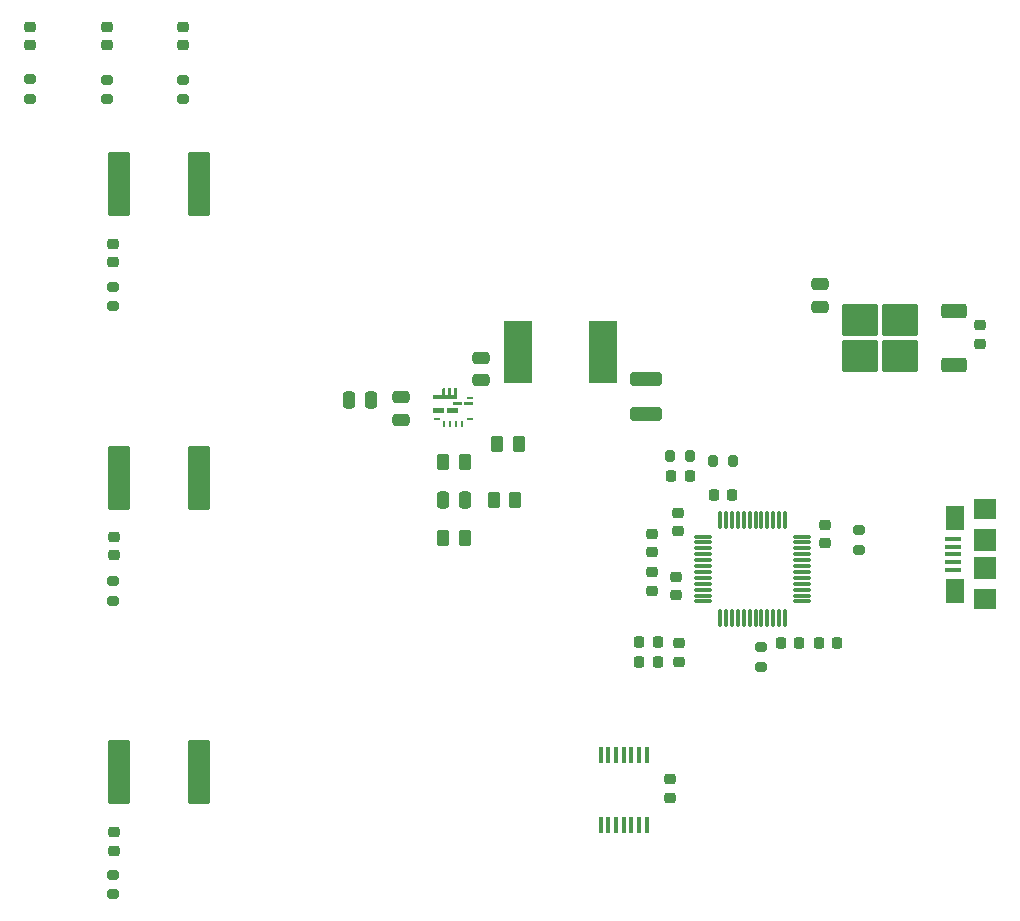
<source format=gbr>
%TF.GenerationSoftware,KiCad,Pcbnew,8.0.0*%
%TF.CreationDate,2024-04-09T16:31:16-05:00*%
%TF.ProjectId,MainBoardv2,4d61696e-426f-4617-9264-76322e6b6963,rev?*%
%TF.SameCoordinates,Original*%
%TF.FileFunction,Paste,Top*%
%TF.FilePolarity,Positive*%
%FSLAX46Y46*%
G04 Gerber Fmt 4.6, Leading zero omitted, Abs format (unit mm)*
G04 Created by KiCad (PCBNEW 8.0.0) date 2024-04-09 16:31:16*
%MOMM*%
%LPD*%
G01*
G04 APERTURE LIST*
G04 Aperture macros list*
%AMRoundRect*
0 Rectangle with rounded corners*
0 $1 Rounding radius*
0 $2 $3 $4 $5 $6 $7 $8 $9 X,Y pos of 4 corners*
0 Add a 4 corners polygon primitive as box body*
4,1,4,$2,$3,$4,$5,$6,$7,$8,$9,$2,$3,0*
0 Add four circle primitives for the rounded corners*
1,1,$1+$1,$2,$3*
1,1,$1+$1,$4,$5*
1,1,$1+$1,$6,$7*
1,1,$1+$1,$8,$9*
0 Add four rect primitives between the rounded corners*
20,1,$1+$1,$2,$3,$4,$5,0*
20,1,$1+$1,$4,$5,$6,$7,0*
20,1,$1+$1,$6,$7,$8,$9,0*
20,1,$1+$1,$8,$9,$2,$3,0*%
%AMFreePoly0*
4,1,23,1.050001,-0.200000,0.225001,-0.200000,0.225001,-0.699998,0.175001,-0.749998,0.025001,-0.749998,-0.024999,-0.699998,-0.024999,-0.200000,-0.274998,-0.200000,-0.274998,-0.699998,-0.324998,-0.749998,-0.474998,-0.749998,-0.524998,-0.699998,-0.524998,-0.200000,-0.775000,-0.200000,-0.775000,-0.699998,-0.825000,-0.749998,-0.975000,-0.749998,-1.025000,-0.699998,-1.025000,-0.200000,-1.050000,-0.200000,
-1.050000,0.199999,1.050001,0.199999,1.050001,-0.200000,1.050001,-0.200000,$1*%
G04 Aperture macros list end*
%ADD10C,0.000000*%
%ADD11RoundRect,0.200000X-0.275000X0.200000X-0.275000X-0.200000X0.275000X-0.200000X0.275000X0.200000X0*%
%ADD12RoundRect,0.250000X0.250000X0.475000X-0.250000X0.475000X-0.250000X-0.475000X0.250000X-0.475000X0*%
%ADD13RoundRect,0.225000X0.225000X0.250000X-0.225000X0.250000X-0.225000X-0.250000X0.225000X-0.250000X0*%
%ADD14RoundRect,0.218750X0.256250X-0.218750X0.256250X0.218750X-0.256250X0.218750X-0.256250X-0.218750X0*%
%ADD15RoundRect,0.200000X-0.200000X-0.275000X0.200000X-0.275000X0.200000X0.275000X-0.200000X0.275000X0*%
%ADD16RoundRect,0.225000X-0.225000X-0.250000X0.225000X-0.250000X0.225000X0.250000X-0.225000X0.250000X0*%
%ADD17RoundRect,0.225000X0.250000X-0.225000X0.250000X0.225000X-0.250000X0.225000X-0.250000X-0.225000X0*%
%ADD18RoundRect,0.250000X0.850000X0.350000X-0.850000X0.350000X-0.850000X-0.350000X0.850000X-0.350000X0*%
%ADD19RoundRect,0.250000X1.275000X1.125000X-1.275000X1.125000X-1.275000X-1.125000X1.275000X-1.125000X0*%
%ADD20RoundRect,0.250000X-0.262500X-0.450000X0.262500X-0.450000X0.262500X0.450000X-0.262500X0.450000X0*%
%ADD21RoundRect,0.075000X-0.662500X-0.075000X0.662500X-0.075000X0.662500X0.075000X-0.662500X0.075000X0*%
%ADD22RoundRect,0.075000X-0.075000X-0.662500X0.075000X-0.662500X0.075000X0.662500X-0.075000X0.662500X0*%
%ADD23RoundRect,0.250000X0.262500X0.450000X-0.262500X0.450000X-0.262500X-0.450000X0.262500X-0.450000X0*%
%ADD24RoundRect,0.225000X-0.250000X0.225000X-0.250000X-0.225000X0.250000X-0.225000X0.250000X0.225000X0*%
%ADD25R,2.413000X5.334000*%
%ADD26R,0.355600X1.409700*%
%ADD27RoundRect,0.250000X-1.100000X0.325000X-1.100000X-0.325000X1.100000X-0.325000X1.100000X0.325000X0*%
%ADD28RoundRect,0.250000X0.475000X-0.250000X0.475000X0.250000X-0.475000X0.250000X-0.475000X-0.250000X0*%
%ADD29RoundRect,0.250000X-0.712500X-2.475000X0.712500X-2.475000X0.712500X2.475000X-0.712500X2.475000X0*%
%ADD30RoundRect,0.250000X-0.475000X0.250000X-0.475000X-0.250000X0.475000X-0.250000X0.475000X0.250000X0*%
%ADD31RoundRect,0.200000X0.200000X0.275000X-0.200000X0.275000X-0.200000X-0.275000X0.200000X-0.275000X0*%
%ADD32R,0.249999X0.599999*%
%ADD33R,0.599999X0.249999*%
%ADD34FreePoly0,180.000000*%
%ADD35R,1.350000X0.400000*%
%ADD36R,1.600000X2.100000*%
%ADD37R,1.900000X1.800000*%
%ADD38R,1.900000X1.900000*%
G04 APERTURE END LIST*
D10*
%TO.C,U3*%
G36*
X143359754Y-81710961D02*
G01*
X143369134Y-81713806D01*
X143377778Y-81718429D01*
X143385355Y-81724647D01*
X143391573Y-81732223D01*
X143396196Y-81740867D01*
X143399040Y-81750247D01*
X143400001Y-81760001D01*
X143400001Y-82060000D01*
X143399040Y-82069754D01*
X143396196Y-82079134D01*
X143391573Y-82087778D01*
X143385355Y-82095355D01*
X143377778Y-82101572D01*
X143369134Y-82106195D01*
X143359754Y-82109040D01*
X143350001Y-82110000D01*
X142500000Y-82110000D01*
X142490246Y-82109040D01*
X142480866Y-82106195D01*
X142472222Y-82101572D01*
X142464645Y-82095355D01*
X142458428Y-82087778D01*
X142453805Y-82079134D01*
X142450960Y-82069754D01*
X142450000Y-82060000D01*
X142450000Y-81760001D01*
X142450960Y-81750247D01*
X142453805Y-81740867D01*
X142458428Y-81732223D01*
X142464645Y-81724647D01*
X142472222Y-81718429D01*
X142480866Y-81713806D01*
X142490246Y-81710961D01*
X142500000Y-81710001D01*
X143350001Y-81710001D01*
X143359754Y-81710961D01*
G37*
G36*
X144509754Y-81710961D02*
G01*
X144519135Y-81713806D01*
X144527778Y-81718429D01*
X144535355Y-81724647D01*
X144541573Y-81732223D01*
X144546196Y-81740867D01*
X144549041Y-81750247D01*
X144550001Y-81760001D01*
X144550001Y-82060000D01*
X144549041Y-82069754D01*
X144546196Y-82079134D01*
X144541573Y-82087778D01*
X144535355Y-82095355D01*
X144527778Y-82101572D01*
X144519135Y-82106195D01*
X144509754Y-82109040D01*
X144500001Y-82110000D01*
X143650000Y-82110000D01*
X143640246Y-82109040D01*
X143630866Y-82106195D01*
X143622223Y-82101572D01*
X143614646Y-82095355D01*
X143608428Y-82087778D01*
X143603805Y-82079134D01*
X143600960Y-82069754D01*
X143600000Y-82060000D01*
X143600000Y-81760001D01*
X143600960Y-81750247D01*
X143603805Y-81740867D01*
X143608428Y-81732223D01*
X143614646Y-81724647D01*
X143622223Y-81718429D01*
X143630866Y-81713806D01*
X143640246Y-81710961D01*
X143650000Y-81710001D01*
X144500001Y-81710001D01*
X144509754Y-81710961D01*
G37*
G36*
X144859754Y-81205963D02*
G01*
X144869134Y-81208808D01*
X144877778Y-81213428D01*
X144885354Y-81219646D01*
X144891572Y-81227223D01*
X144896195Y-81235867D01*
X144899040Y-81245247D01*
X144900000Y-81255003D01*
X144900000Y-81405003D01*
X144899040Y-81414756D01*
X144896195Y-81424137D01*
X144891572Y-81432780D01*
X144885354Y-81440357D01*
X144877778Y-81446575D01*
X144869134Y-81451195D01*
X144859754Y-81454040D01*
X144850000Y-81455003D01*
X144199999Y-81455003D01*
X144190245Y-81454040D01*
X144180865Y-81451195D01*
X144172221Y-81446575D01*
X144164645Y-81440357D01*
X144158427Y-81432780D01*
X144153804Y-81424137D01*
X144150959Y-81414756D01*
X144149999Y-81405003D01*
X144149999Y-81255003D01*
X144150959Y-81245247D01*
X144153804Y-81235867D01*
X144158427Y-81227223D01*
X144164645Y-81219646D01*
X144172221Y-81213428D01*
X144180865Y-81208808D01*
X144190245Y-81205963D01*
X144199999Y-81205003D01*
X144850000Y-81205003D01*
X144859754Y-81205963D01*
G37*
G36*
X145809754Y-81205963D02*
G01*
X145819135Y-81208808D01*
X145827778Y-81213428D01*
X145835355Y-81219646D01*
X145841573Y-81227223D01*
X145846196Y-81235867D01*
X145849041Y-81245247D01*
X145850001Y-81255003D01*
X145850001Y-81405003D01*
X145849041Y-81414756D01*
X145846196Y-81424137D01*
X145841573Y-81432780D01*
X145835355Y-81440357D01*
X145827778Y-81446575D01*
X145819135Y-81451195D01*
X145809754Y-81454040D01*
X145800001Y-81455003D01*
X145150000Y-81455003D01*
X145140246Y-81454040D01*
X145130866Y-81451195D01*
X145122222Y-81446575D01*
X145114645Y-81440357D01*
X145108427Y-81432780D01*
X145103805Y-81424137D01*
X145100960Y-81414756D01*
X145100000Y-81405003D01*
X145100000Y-81255003D01*
X145100960Y-81245247D01*
X145103805Y-81235867D01*
X145108427Y-81227223D01*
X145114645Y-81219646D01*
X145122222Y-81213428D01*
X145130866Y-81208808D01*
X145140246Y-81205963D01*
X145150000Y-81205003D01*
X145800001Y-81205003D01*
X145809754Y-81205963D01*
G37*
%TD*%
D11*
%TO.C,R9*%
X115380000Y-96375000D03*
X115380000Y-98025000D03*
%TD*%
D12*
%TO.C,Cin1*%
X137200000Y-81000000D03*
X135300000Y-81000000D03*
%TD*%
D13*
%TO.C,C3*%
X161475000Y-103250000D03*
X159925000Y-103250000D03*
%TD*%
D11*
%TO.C,R3*%
X108325001Y-53905000D03*
X108325001Y-55555000D03*
%TD*%
D13*
%TO.C,C6*%
X173450000Y-101600000D03*
X171900000Y-101600000D03*
%TD*%
D14*
%TO.C,D3*%
X108325001Y-51017500D03*
X108325001Y-49442500D03*
%TD*%
D15*
%TO.C,R5*%
X162550000Y-85800000D03*
X164200000Y-85800000D03*
%TD*%
D16*
%TO.C,C8*%
X175125000Y-101600000D03*
X176675000Y-101600000D03*
%TD*%
D17*
%TO.C,C4*%
X163175000Y-92125000D03*
X163175000Y-90575000D03*
%TD*%
D18*
%TO.C,U1*%
X186600000Y-78060000D03*
D19*
X181975000Y-77305000D03*
X181975000Y-74255000D03*
X178625000Y-77305000D03*
X178625000Y-74255000D03*
D18*
X186600000Y-73500000D03*
%TD*%
D20*
%TO.C,Rpg1*%
X147887500Y-84750000D03*
X149712500Y-84750000D03*
%TD*%
D21*
%TO.C,U2*%
X165350000Y-92600000D03*
X165350000Y-93100000D03*
X165350000Y-93600000D03*
X165350000Y-94100000D03*
X165350000Y-94600000D03*
X165350000Y-95100000D03*
X165350000Y-95600000D03*
X165350000Y-96100000D03*
X165350000Y-96600000D03*
X165350000Y-97100000D03*
X165350000Y-97600000D03*
X165350000Y-98100000D03*
D22*
X166762500Y-99512500D03*
X167262500Y-99512500D03*
X167762500Y-99512500D03*
X168262500Y-99512500D03*
X168762500Y-99512500D03*
X169262500Y-99512500D03*
X169762500Y-99512500D03*
X170262500Y-99512500D03*
X170762500Y-99512500D03*
X171262500Y-99512500D03*
X171762500Y-99512500D03*
X172262500Y-99512500D03*
D21*
X173675000Y-98100000D03*
X173675000Y-97600000D03*
X173675000Y-97100000D03*
X173675000Y-96600000D03*
X173675000Y-96100000D03*
X173675000Y-95600000D03*
X173675000Y-95100000D03*
X173675000Y-94600000D03*
X173675000Y-94100000D03*
X173675000Y-93600000D03*
X173675000Y-93100000D03*
X173675000Y-92600000D03*
D22*
X172262500Y-91187500D03*
X171762500Y-91187500D03*
X171262500Y-91187500D03*
X170762500Y-91187500D03*
X170262500Y-91187500D03*
X169762500Y-91187500D03*
X169262500Y-91187500D03*
X168762500Y-91187500D03*
X168262500Y-91187500D03*
X167762500Y-91187500D03*
X167262500Y-91187500D03*
X166762500Y-91187500D03*
%TD*%
D13*
%TO.C,C2*%
X161475000Y-101500000D03*
X159925000Y-101500000D03*
%TD*%
D11*
%TO.C,R2*%
X114825000Y-53942500D03*
X114825000Y-55592500D03*
%TD*%
D23*
%TO.C,Rfbb1*%
X145162500Y-86250000D03*
X143337500Y-86250000D03*
%TD*%
D14*
%TO.C,D4*%
X115400000Y-69387500D03*
X115400000Y-67812500D03*
%TD*%
%TO.C,D5*%
X115420000Y-94187500D03*
X115420000Y-92612500D03*
%TD*%
D24*
%TO.C,C5*%
X175675000Y-91625000D03*
X175675000Y-93175000D03*
%TD*%
%TO.C,C13*%
X161000000Y-92375000D03*
X161000000Y-93925000D03*
%TD*%
D25*
%TO.C,L1*%
X149630500Y-77000000D03*
X156869500Y-77000000D03*
%TD*%
D17*
%TO.C,C12*%
X161000000Y-97175000D03*
X161000000Y-95625000D03*
%TD*%
D26*
%TO.C,U5*%
X156650070Y-117000000D03*
X157300056Y-117000000D03*
X157950042Y-117000000D03*
X158600028Y-117000000D03*
X159250014Y-117000000D03*
X159900000Y-117000000D03*
X160549986Y-117000000D03*
X160549986Y-111094500D03*
X159900000Y-111094500D03*
X159250014Y-111094500D03*
X158600028Y-111094500D03*
X157950042Y-111094500D03*
X157300056Y-111094500D03*
X156650070Y-111094500D03*
%TD*%
D14*
%TO.C,D6*%
X115420000Y-119187500D03*
X115420000Y-117612500D03*
%TD*%
D27*
%TO.C,Cout1*%
X160500000Y-79275000D03*
X160500000Y-82225000D03*
%TD*%
D11*
%TO.C,R1*%
X121250000Y-53925000D03*
X121250000Y-55575000D03*
%TD*%
D28*
%TO.C,Cboot1*%
X146500000Y-79350000D03*
X146500000Y-77450000D03*
%TD*%
D29*
%TO.C,F3*%
X115862500Y-112530000D03*
X122637500Y-112530000D03*
%TD*%
D24*
%TO.C,C14*%
X162500028Y-113172250D03*
X162500028Y-114722250D03*
%TD*%
D11*
%TO.C,R4*%
X178500000Y-92075000D03*
X178500000Y-93725000D03*
%TD*%
D30*
%TO.C,Cinx1*%
X139750000Y-80800000D03*
X139750000Y-82700000D03*
%TD*%
D14*
%TO.C,D2*%
X114825000Y-51017500D03*
X114825000Y-49442500D03*
%TD*%
D12*
%TO.C,Cff1*%
X145200000Y-89500000D03*
X143300000Y-89500000D03*
%TD*%
D24*
%TO.C,C9*%
X188800000Y-74725000D03*
X188800000Y-76275000D03*
%TD*%
D29*
%TO.C,F2*%
X115862500Y-87630000D03*
X122637500Y-87630000D03*
%TD*%
D11*
%TO.C,R7*%
X170250000Y-101975000D03*
X170250000Y-103625000D03*
%TD*%
%TO.C,R8*%
X115380000Y-71445000D03*
X115380000Y-73095000D03*
%TD*%
%TO.C,R10*%
X115380000Y-121245000D03*
X115380000Y-122895000D03*
%TD*%
D31*
%TO.C,R6*%
X167825000Y-86200000D03*
X166175000Y-86200000D03*
%TD*%
D28*
%TO.C,C10*%
X175200000Y-73150000D03*
X175200000Y-71250000D03*
%TD*%
D13*
%TO.C,C11*%
X164175000Y-87500000D03*
X162625000Y-87500000D03*
%TD*%
D32*
%TO.C,U3*%
X143399998Y-83100001D03*
X143899999Y-83100001D03*
X144399999Y-83100001D03*
X144899997Y-83100001D03*
D33*
X145549999Y-82630002D03*
X145549999Y-80830000D03*
D34*
X143500000Y-80750000D03*
D33*
X142749999Y-82630002D03*
%TD*%
D20*
%TO.C,Rff1*%
X147587500Y-89500000D03*
X149412500Y-89500000D03*
%TD*%
D14*
%TO.C,FB1*%
X163300000Y-103187500D03*
X163300000Y-101612500D03*
%TD*%
D20*
%TO.C,Rfbt1*%
X143337500Y-92750000D03*
X145162500Y-92750000D03*
%TD*%
D29*
%TO.C,F1*%
X115862500Y-62730000D03*
X122637500Y-62730000D03*
%TD*%
D16*
%TO.C,C7*%
X166225000Y-89100000D03*
X167775000Y-89100000D03*
%TD*%
D35*
%TO.C,J2*%
X186500000Y-95400000D03*
X186500000Y-94750000D03*
X186500000Y-94100000D03*
X186500000Y-93450000D03*
X186500000Y-92800000D03*
D36*
X186625000Y-97200000D03*
X186625000Y-91000000D03*
D37*
X189175000Y-97900000D03*
D38*
X189175000Y-95300000D03*
X189175000Y-92900000D03*
D37*
X189175000Y-90300000D03*
%TD*%
D14*
%TO.C,D1*%
X121305000Y-51017500D03*
X121305000Y-49442500D03*
%TD*%
D17*
%TO.C,C1*%
X163000000Y-97575000D03*
X163000000Y-96025000D03*
%TD*%
M02*

</source>
